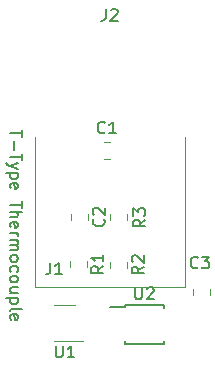
<source format=gto>
G04 #@! TF.GenerationSoftware,KiCad,Pcbnew,(5.1.0)-1*
G04 #@! TF.CreationDate,2019-04-10T14:00:02-04:00*
G04 #@! TF.ProjectId,thermocouple_daughter,74686572-6d6f-4636-9f75-706c655f6461,rev?*
G04 #@! TF.SameCoordinates,Original*
G04 #@! TF.FileFunction,Legend,Top*
G04 #@! TF.FilePolarity,Positive*
%FSLAX46Y46*%
G04 Gerber Fmt 4.6, Leading zero omitted, Abs format (unit mm)*
G04 Created by KiCad (PCBNEW (5.1.0)-1) date 2019-04-10 14:00:02*
%MOMM*%
%LPD*%
G04 APERTURE LIST*
%ADD10C,0.150000*%
%ADD11C,0.120000*%
G04 APERTURE END LIST*
D10*
X150153619Y-90075761D02*
X150153619Y-90647190D01*
X149153619Y-90361476D02*
X150153619Y-90361476D01*
X149534571Y-90980523D02*
X149534571Y-91742428D01*
X150153619Y-92075761D02*
X150153619Y-92647190D01*
X149153619Y-92361476D02*
X150153619Y-92361476D01*
X149820285Y-92885285D02*
X149153619Y-93123380D01*
X149820285Y-93361476D02*
X149153619Y-93123380D01*
X148915523Y-93028142D01*
X148867904Y-92980523D01*
X148820285Y-92885285D01*
X149820285Y-93742428D02*
X148820285Y-93742428D01*
X149772666Y-93742428D02*
X149820285Y-93837666D01*
X149820285Y-94028142D01*
X149772666Y-94123380D01*
X149725047Y-94171000D01*
X149629809Y-94218619D01*
X149344095Y-94218619D01*
X149248857Y-94171000D01*
X149201238Y-94123380D01*
X149153619Y-94028142D01*
X149153619Y-93837666D01*
X149201238Y-93742428D01*
X149201238Y-95028142D02*
X149153619Y-94932904D01*
X149153619Y-94742428D01*
X149201238Y-94647190D01*
X149296476Y-94599571D01*
X149677428Y-94599571D01*
X149772666Y-94647190D01*
X149820285Y-94742428D01*
X149820285Y-94932904D01*
X149772666Y-95028142D01*
X149677428Y-95075761D01*
X149582190Y-95075761D01*
X149486952Y-94599571D01*
X150153619Y-96123380D02*
X150153619Y-96694809D01*
X149153619Y-96409095D02*
X150153619Y-96409095D01*
X149153619Y-97028142D02*
X150153619Y-97028142D01*
X149153619Y-97456714D02*
X149677428Y-97456714D01*
X149772666Y-97409095D01*
X149820285Y-97313857D01*
X149820285Y-97171000D01*
X149772666Y-97075761D01*
X149725047Y-97028142D01*
X149201238Y-98313857D02*
X149153619Y-98218619D01*
X149153619Y-98028142D01*
X149201238Y-97932904D01*
X149296476Y-97885285D01*
X149677428Y-97885285D01*
X149772666Y-97932904D01*
X149820285Y-98028142D01*
X149820285Y-98218619D01*
X149772666Y-98313857D01*
X149677428Y-98361476D01*
X149582190Y-98361476D01*
X149486952Y-97885285D01*
X149153619Y-98790047D02*
X149820285Y-98790047D01*
X149629809Y-98790047D02*
X149725047Y-98837666D01*
X149772666Y-98885285D01*
X149820285Y-98980523D01*
X149820285Y-99075761D01*
X149153619Y-99409095D02*
X149820285Y-99409095D01*
X149725047Y-99409095D02*
X149772666Y-99456714D01*
X149820285Y-99551952D01*
X149820285Y-99694809D01*
X149772666Y-99790047D01*
X149677428Y-99837666D01*
X149153619Y-99837666D01*
X149677428Y-99837666D02*
X149772666Y-99885285D01*
X149820285Y-99980523D01*
X149820285Y-100123380D01*
X149772666Y-100218619D01*
X149677428Y-100266238D01*
X149153619Y-100266238D01*
X149153619Y-100885285D02*
X149201238Y-100790047D01*
X149248857Y-100742428D01*
X149344095Y-100694809D01*
X149629809Y-100694809D01*
X149725047Y-100742428D01*
X149772666Y-100790047D01*
X149820285Y-100885285D01*
X149820285Y-101028142D01*
X149772666Y-101123380D01*
X149725047Y-101171000D01*
X149629809Y-101218619D01*
X149344095Y-101218619D01*
X149248857Y-101171000D01*
X149201238Y-101123380D01*
X149153619Y-101028142D01*
X149153619Y-100885285D01*
X149201238Y-102075761D02*
X149153619Y-101980523D01*
X149153619Y-101790047D01*
X149201238Y-101694809D01*
X149248857Y-101647190D01*
X149344095Y-101599571D01*
X149629809Y-101599571D01*
X149725047Y-101647190D01*
X149772666Y-101694809D01*
X149820285Y-101790047D01*
X149820285Y-101980523D01*
X149772666Y-102075761D01*
X149153619Y-102647190D02*
X149201238Y-102551952D01*
X149248857Y-102504333D01*
X149344095Y-102456714D01*
X149629809Y-102456714D01*
X149725047Y-102504333D01*
X149772666Y-102551952D01*
X149820285Y-102647190D01*
X149820285Y-102790047D01*
X149772666Y-102885285D01*
X149725047Y-102932904D01*
X149629809Y-102980523D01*
X149344095Y-102980523D01*
X149248857Y-102932904D01*
X149201238Y-102885285D01*
X149153619Y-102790047D01*
X149153619Y-102647190D01*
X149820285Y-103837666D02*
X149153619Y-103837666D01*
X149820285Y-103409095D02*
X149296476Y-103409095D01*
X149201238Y-103456714D01*
X149153619Y-103551952D01*
X149153619Y-103694809D01*
X149201238Y-103790047D01*
X149248857Y-103837666D01*
X149820285Y-104313857D02*
X148820285Y-104313857D01*
X149772666Y-104313857D02*
X149820285Y-104409095D01*
X149820285Y-104599571D01*
X149772666Y-104694809D01*
X149725047Y-104742428D01*
X149629809Y-104790047D01*
X149344095Y-104790047D01*
X149248857Y-104742428D01*
X149201238Y-104694809D01*
X149153619Y-104599571D01*
X149153619Y-104409095D01*
X149201238Y-104313857D01*
X149153619Y-105361476D02*
X149201238Y-105266238D01*
X149296476Y-105218619D01*
X150153619Y-105218619D01*
X149201238Y-106123380D02*
X149153619Y-106028142D01*
X149153619Y-105837666D01*
X149201238Y-105742428D01*
X149296476Y-105694809D01*
X149677428Y-105694809D01*
X149772666Y-105742428D01*
X149820285Y-105837666D01*
X149820285Y-106028142D01*
X149772666Y-106123380D01*
X149677428Y-106171000D01*
X149582190Y-106171000D01*
X149486952Y-105694809D01*
D11*
X157611578Y-92531000D02*
X157094422Y-92531000D01*
X157611578Y-91111000D02*
X157094422Y-91111000D01*
X154357000Y-97198922D02*
X154357000Y-97716078D01*
X155777000Y-97198922D02*
X155777000Y-97716078D01*
X164644000Y-104066078D02*
X164644000Y-103548922D01*
X166064000Y-104066078D02*
X166064000Y-103548922D01*
X163938000Y-103378000D02*
X151238000Y-103378000D01*
X151238000Y-103378000D02*
X151238000Y-90678000D01*
X163938000Y-103378000D02*
X163938000Y-90678000D01*
X155650000Y-101165922D02*
X155650000Y-101683078D01*
X154230000Y-101165922D02*
X154230000Y-101683078D01*
X159079000Y-101731578D02*
X159079000Y-101214422D01*
X157659000Y-101731578D02*
X157659000Y-101214422D01*
X157659000Y-97716078D02*
X157659000Y-97198922D01*
X159079000Y-97716078D02*
X159079000Y-97198922D01*
X154677000Y-104866000D02*
X152917000Y-104866000D01*
X152917000Y-107936000D02*
X155347000Y-107936000D01*
D10*
X158853000Y-104878000D02*
X158853000Y-105053000D01*
X162203000Y-104878000D02*
X162203000Y-105128000D01*
X162203000Y-108228000D02*
X162203000Y-107978000D01*
X158853000Y-108228000D02*
X158853000Y-107978000D01*
X158853000Y-104878000D02*
X162203000Y-104878000D01*
X158853000Y-108228000D02*
X162203000Y-108228000D01*
X158853000Y-105053000D02*
X157603000Y-105053000D01*
X157273666Y-79843380D02*
X157273666Y-80557666D01*
X157226047Y-80700523D01*
X157130809Y-80795761D01*
X156987952Y-80843380D01*
X156892714Y-80843380D01*
X157702238Y-79938619D02*
X157749857Y-79891000D01*
X157845095Y-79843380D01*
X158083190Y-79843380D01*
X158178428Y-79891000D01*
X158226047Y-79938619D01*
X158273666Y-80033857D01*
X158273666Y-80129095D01*
X158226047Y-80271952D01*
X157654619Y-80843380D01*
X158273666Y-80843380D01*
X157186333Y-90273142D02*
X157138714Y-90320761D01*
X156995857Y-90368380D01*
X156900619Y-90368380D01*
X156757761Y-90320761D01*
X156662523Y-90225523D01*
X156614904Y-90130285D01*
X156567285Y-89939809D01*
X156567285Y-89796952D01*
X156614904Y-89606476D01*
X156662523Y-89511238D01*
X156757761Y-89416000D01*
X156900619Y-89368380D01*
X156995857Y-89368380D01*
X157138714Y-89416000D01*
X157186333Y-89463619D01*
X158138714Y-90368380D02*
X157567285Y-90368380D01*
X157853000Y-90368380D02*
X157853000Y-89368380D01*
X157757761Y-89511238D01*
X157662523Y-89606476D01*
X157567285Y-89654095D01*
X157074142Y-97624166D02*
X157121761Y-97671785D01*
X157169380Y-97814642D01*
X157169380Y-97909880D01*
X157121761Y-98052738D01*
X157026523Y-98147976D01*
X156931285Y-98195595D01*
X156740809Y-98243214D01*
X156597952Y-98243214D01*
X156407476Y-98195595D01*
X156312238Y-98147976D01*
X156217000Y-98052738D01*
X156169380Y-97909880D01*
X156169380Y-97814642D01*
X156217000Y-97671785D01*
X156264619Y-97624166D01*
X156264619Y-97243214D02*
X156217000Y-97195595D01*
X156169380Y-97100357D01*
X156169380Y-96862261D01*
X156217000Y-96767023D01*
X156264619Y-96719404D01*
X156359857Y-96671785D01*
X156455095Y-96671785D01*
X156597952Y-96719404D01*
X157169380Y-97290833D01*
X157169380Y-96671785D01*
X165060333Y-101703142D02*
X165012714Y-101750761D01*
X164869857Y-101798380D01*
X164774619Y-101798380D01*
X164631761Y-101750761D01*
X164536523Y-101655523D01*
X164488904Y-101560285D01*
X164441285Y-101369809D01*
X164441285Y-101226952D01*
X164488904Y-101036476D01*
X164536523Y-100941238D01*
X164631761Y-100846000D01*
X164774619Y-100798380D01*
X164869857Y-100798380D01*
X165012714Y-100846000D01*
X165060333Y-100893619D01*
X165393666Y-100798380D02*
X166012714Y-100798380D01*
X165679380Y-101179333D01*
X165822238Y-101179333D01*
X165917476Y-101226952D01*
X165965095Y-101274571D01*
X166012714Y-101369809D01*
X166012714Y-101607904D01*
X165965095Y-101703142D01*
X165917476Y-101750761D01*
X165822238Y-101798380D01*
X165536523Y-101798380D01*
X165441285Y-101750761D01*
X165393666Y-101703142D01*
X152555666Y-101306380D02*
X152555666Y-102020666D01*
X152508047Y-102163523D01*
X152412809Y-102258761D01*
X152269952Y-102306380D01*
X152174714Y-102306380D01*
X153555666Y-102306380D02*
X152984238Y-102306380D01*
X153269952Y-102306380D02*
X153269952Y-101306380D01*
X153174714Y-101449238D01*
X153079476Y-101544476D01*
X152984238Y-101592095D01*
X157042380Y-101591166D02*
X156566190Y-101924500D01*
X157042380Y-102162595D02*
X156042380Y-102162595D01*
X156042380Y-101781642D01*
X156090000Y-101686404D01*
X156137619Y-101638785D01*
X156232857Y-101591166D01*
X156375714Y-101591166D01*
X156470952Y-101638785D01*
X156518571Y-101686404D01*
X156566190Y-101781642D01*
X156566190Y-102162595D01*
X157042380Y-100638785D02*
X157042380Y-101210214D01*
X157042380Y-100924500D02*
X156042380Y-100924500D01*
X156185238Y-101019738D01*
X156280476Y-101114976D01*
X156328095Y-101210214D01*
X160472380Y-101639666D02*
X159996190Y-101973000D01*
X160472380Y-102211095D02*
X159472380Y-102211095D01*
X159472380Y-101830142D01*
X159520000Y-101734904D01*
X159567619Y-101687285D01*
X159662857Y-101639666D01*
X159805714Y-101639666D01*
X159900952Y-101687285D01*
X159948571Y-101734904D01*
X159996190Y-101830142D01*
X159996190Y-102211095D01*
X159567619Y-101258714D02*
X159520000Y-101211095D01*
X159472380Y-101115857D01*
X159472380Y-100877761D01*
X159520000Y-100782523D01*
X159567619Y-100734904D01*
X159662857Y-100687285D01*
X159758095Y-100687285D01*
X159900952Y-100734904D01*
X160472380Y-101306333D01*
X160472380Y-100687285D01*
X160599380Y-97672666D02*
X160123190Y-98006000D01*
X160599380Y-98244095D02*
X159599380Y-98244095D01*
X159599380Y-97863142D01*
X159647000Y-97767904D01*
X159694619Y-97720285D01*
X159789857Y-97672666D01*
X159932714Y-97672666D01*
X160027952Y-97720285D01*
X160075571Y-97767904D01*
X160123190Y-97863142D01*
X160123190Y-98244095D01*
X159599380Y-97339333D02*
X159599380Y-96720285D01*
X159980333Y-97053619D01*
X159980333Y-96910761D01*
X160027952Y-96815523D01*
X160075571Y-96767904D01*
X160170809Y-96720285D01*
X160408904Y-96720285D01*
X160504142Y-96767904D01*
X160551761Y-96815523D01*
X160599380Y-96910761D01*
X160599380Y-97196476D01*
X160551761Y-97291714D01*
X160504142Y-97339333D01*
X153035095Y-108328380D02*
X153035095Y-109137904D01*
X153082714Y-109233142D01*
X153130333Y-109280761D01*
X153225571Y-109328380D01*
X153416047Y-109328380D01*
X153511285Y-109280761D01*
X153558904Y-109233142D01*
X153606523Y-109137904D01*
X153606523Y-108328380D01*
X154606523Y-109328380D02*
X154035095Y-109328380D01*
X154320809Y-109328380D02*
X154320809Y-108328380D01*
X154225571Y-108471238D01*
X154130333Y-108566476D01*
X154035095Y-108614095D01*
X159766095Y-103405380D02*
X159766095Y-104214904D01*
X159813714Y-104310142D01*
X159861333Y-104357761D01*
X159956571Y-104405380D01*
X160147047Y-104405380D01*
X160242285Y-104357761D01*
X160289904Y-104310142D01*
X160337523Y-104214904D01*
X160337523Y-103405380D01*
X160766095Y-103500619D02*
X160813714Y-103453000D01*
X160908952Y-103405380D01*
X161147047Y-103405380D01*
X161242285Y-103453000D01*
X161289904Y-103500619D01*
X161337523Y-103595857D01*
X161337523Y-103691095D01*
X161289904Y-103833952D01*
X160718476Y-104405380D01*
X161337523Y-104405380D01*
M02*

</source>
